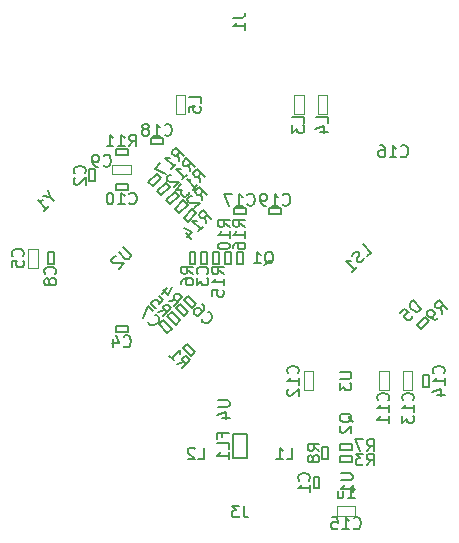
<source format=gbr>
G04 #@! TF.FileFunction,Other,Fab,Bot*
%FSLAX46Y46*%
G04 Gerber Fmt 4.6, Leading zero omitted, Abs format (unit mm)*
G04 Created by KiCad (PCBNEW 4.0.7-e2-6376~58~ubuntu14.04.1) date Wed Aug  8 12:01:23 2018*
%MOMM*%
%LPD*%
G01*
G04 APERTURE LIST*
%ADD10C,0.100000*%
%ADD11C,0.150000*%
G04 APERTURE END LIST*
D10*
X113399964Y-76200000D02*
X112599964Y-76200000D01*
X113399964Y-77800000D02*
X113399964Y-76200000D01*
X112599964Y-77800000D02*
X113399964Y-77800000D01*
X112599964Y-76200000D02*
X112599964Y-77800000D01*
X119699964Y-69100000D02*
X119699964Y-69900000D01*
X121299964Y-69100000D02*
X119699964Y-69100000D01*
X121299964Y-69900000D02*
X121299964Y-69100000D01*
X119699964Y-69900000D02*
X121299964Y-69900000D01*
X143099964Y-86600000D02*
X142299964Y-86600000D01*
X143099964Y-88200000D02*
X143099964Y-86600000D01*
X142299964Y-88200000D02*
X143099964Y-88200000D01*
X142299964Y-86600000D02*
X142299964Y-88200000D01*
X136699964Y-86600000D02*
X135899964Y-86600000D01*
X136699964Y-88200000D02*
X136699964Y-86600000D01*
X135899964Y-88200000D02*
X136699964Y-88200000D01*
X135899964Y-86600000D02*
X135899964Y-88200000D01*
X145099964Y-86600000D02*
X144299964Y-86600000D01*
X145099964Y-88200000D02*
X145099964Y-86600000D01*
X144299964Y-88200000D02*
X145099964Y-88200000D01*
X144299964Y-86600000D02*
X144299964Y-88200000D01*
X138699964Y-98000000D02*
X138699964Y-98800000D01*
X140299964Y-98000000D02*
X138699964Y-98000000D01*
X140299964Y-98800000D02*
X140299964Y-98000000D01*
X138699964Y-98800000D02*
X140299964Y-98800000D01*
X135099964Y-64800000D02*
X135899964Y-64800000D01*
X135099964Y-63200000D02*
X135099964Y-64800000D01*
X135899964Y-63200000D02*
X135099964Y-63200000D01*
X135899964Y-64800000D02*
X135899964Y-63200000D01*
X137099964Y-64800000D02*
X137899964Y-64800000D01*
X137099964Y-63200000D02*
X137099964Y-64800000D01*
X137899964Y-63200000D02*
X137099964Y-63200000D01*
X137899964Y-64800000D02*
X137899964Y-63200000D01*
X125099964Y-64800000D02*
X125899964Y-64800000D01*
X125099964Y-63200000D02*
X125099964Y-64800000D01*
X125899964Y-63200000D02*
X125099964Y-63200000D01*
X125899964Y-64800000D02*
X125899964Y-63200000D01*
D11*
X132999964Y-72750000D02*
X132999964Y-73250000D01*
X133999964Y-72750000D02*
X132999964Y-72750000D01*
X133999964Y-73250000D02*
X133999964Y-72750000D01*
X132999964Y-73250000D02*
X133999964Y-73250000D01*
X123999964Y-67350000D02*
X123999964Y-66850000D01*
X122999964Y-67350000D02*
X123999964Y-67350000D01*
X122999964Y-66850000D02*
X122999964Y-67350000D01*
X123999964Y-66850000D02*
X122999964Y-66850000D01*
X130999964Y-73250000D02*
X130999964Y-72750000D01*
X129999964Y-73250000D02*
X130999964Y-73250000D01*
X129999964Y-72750000D02*
X129999964Y-73250000D01*
X130999964Y-72750000D02*
X129999964Y-72750000D01*
X146049964Y-87900000D02*
X146549964Y-87900000D01*
X146049964Y-86900000D02*
X146049964Y-87900000D01*
X146549964Y-86900000D02*
X146049964Y-86900000D01*
X146549964Y-87900000D02*
X146549964Y-86900000D01*
X119999964Y-70750000D02*
X119999964Y-71250000D01*
X120999964Y-70750000D02*
X119999964Y-70750000D01*
X120999964Y-71250000D02*
X120999964Y-70750000D01*
X119999964Y-71250000D02*
X120999964Y-71250000D01*
X114749964Y-76500000D02*
X114249964Y-76500000D01*
X114749964Y-77500000D02*
X114749964Y-76500000D01*
X114249964Y-77500000D02*
X114749964Y-77500000D01*
X114249964Y-76500000D02*
X114249964Y-77500000D01*
X124023187Y-82269670D02*
X123669634Y-82623223D01*
X124730294Y-82976777D02*
X124023187Y-82269670D01*
X124376741Y-83330330D02*
X124730294Y-82976777D01*
X123669634Y-82623223D02*
X124376741Y-83330330D01*
X126123187Y-80169670D02*
X125769634Y-80523223D01*
X126830294Y-80876777D02*
X126123187Y-80169670D01*
X126476741Y-81230330D02*
X126830294Y-80876777D01*
X125769634Y-80523223D02*
X126476741Y-81230330D01*
X120999964Y-83250000D02*
X120999964Y-82750000D01*
X119999964Y-83250000D02*
X120999964Y-83250000D01*
X119999964Y-82750000D02*
X119999964Y-83250000D01*
X120999964Y-82750000D02*
X119999964Y-82750000D01*
X127749964Y-76500000D02*
X127249964Y-76500000D01*
X127749964Y-77500000D02*
X127749964Y-76500000D01*
X127249964Y-77500000D02*
X127749964Y-77500000D01*
X127249964Y-76500000D02*
X127249964Y-77500000D01*
X117749964Y-70500000D02*
X118249964Y-70500000D01*
X117749964Y-69500000D02*
X117749964Y-70500000D01*
X118249964Y-69500000D02*
X117749964Y-69500000D01*
X118249964Y-70500000D02*
X118249964Y-69500000D01*
X137249964Y-95500000D02*
X136749964Y-95500000D01*
X137249964Y-96500000D02*
X137249964Y-95500000D01*
X136749964Y-96500000D02*
X137249964Y-96500000D01*
X136749964Y-95500000D02*
X136749964Y-96500000D01*
X126376741Y-85330330D02*
X126730294Y-84976777D01*
X125669634Y-84623223D02*
X126376741Y-85330330D01*
X126023187Y-84269670D02*
X125669634Y-84623223D01*
X126730294Y-84976777D02*
X126023187Y-84269670D01*
X125019634Y-72826777D02*
X125373187Y-73180330D01*
X125726741Y-72119670D02*
X125019634Y-72826777D01*
X126080294Y-72473223D02*
X125726741Y-72119670D01*
X125373187Y-73180330D02*
X126080294Y-72473223D01*
X139999964Y-94250000D02*
X139999964Y-93750000D01*
X138999964Y-94250000D02*
X139999964Y-94250000D01*
X138999964Y-93750000D02*
X138999964Y-94250000D01*
X139999964Y-93750000D02*
X138999964Y-93750000D01*
X125423187Y-80869670D02*
X125069634Y-81223223D01*
X126130294Y-81576777D02*
X125423187Y-80869670D01*
X125776741Y-81930330D02*
X126130294Y-81576777D01*
X125069634Y-81223223D02*
X125776741Y-81930330D01*
X124723187Y-81569670D02*
X124369634Y-81923223D01*
X125430294Y-82276777D02*
X124723187Y-81569670D01*
X125076741Y-82630330D02*
X125430294Y-82276777D01*
X124369634Y-81923223D02*
X125076741Y-82630330D01*
X120999964Y-68250000D02*
X120999964Y-67750000D01*
X119999964Y-68250000D02*
X120999964Y-68250000D01*
X119999964Y-67750000D02*
X119999964Y-68250000D01*
X120999964Y-67750000D02*
X119999964Y-67750000D01*
X124580294Y-70973223D02*
X124226741Y-70619670D01*
X123873187Y-71680330D02*
X124580294Y-70973223D01*
X123519634Y-71326777D02*
X123873187Y-71680330D01*
X124226741Y-70619670D02*
X123519634Y-71326777D01*
X125330294Y-71723223D02*
X124976741Y-71369670D01*
X124623187Y-72430330D02*
X125330294Y-71723223D01*
X124269634Y-72076777D02*
X124623187Y-72430330D01*
X124976741Y-71369670D02*
X124269634Y-72076777D01*
X126830294Y-73223223D02*
X126476741Y-72869670D01*
X126123187Y-73930330D02*
X126830294Y-73223223D01*
X125769634Y-73576777D02*
X126123187Y-73930330D01*
X126476741Y-72869670D02*
X125769634Y-73576777D01*
X128249964Y-77500000D02*
X128749964Y-77500000D01*
X128249964Y-76500000D02*
X128249964Y-77500000D01*
X128749964Y-76500000D02*
X128249964Y-76500000D01*
X128749964Y-77500000D02*
X128749964Y-76500000D01*
X126249964Y-77500000D02*
X126749964Y-77500000D01*
X126249964Y-76500000D02*
X126249964Y-77500000D01*
X126749964Y-76500000D02*
X126249964Y-76500000D01*
X126749964Y-77500000D02*
X126749964Y-76500000D01*
X138999964Y-92750000D02*
X138999964Y-93250000D01*
X139999964Y-92750000D02*
X138999964Y-92750000D01*
X139999964Y-93250000D02*
X139999964Y-92750000D01*
X138999964Y-93250000D02*
X139999964Y-93250000D01*
X137449964Y-94000000D02*
X137949964Y-94000000D01*
X137449964Y-93000000D02*
X137449964Y-94000000D01*
X137949964Y-93000000D02*
X137449964Y-93000000D01*
X137949964Y-94000000D02*
X137949964Y-93000000D01*
X145469634Y-82676777D02*
X145823187Y-83030330D01*
X146176741Y-81969670D02*
X145469634Y-82676777D01*
X146530294Y-82323223D02*
X146176741Y-81969670D01*
X145823187Y-83030330D02*
X146530294Y-82323223D01*
X129749964Y-76500000D02*
X129249964Y-76500000D01*
X129749964Y-77500000D02*
X129749964Y-76500000D01*
X129249964Y-77500000D02*
X129749964Y-77500000D01*
X129249964Y-76500000D02*
X129249964Y-77500000D01*
X130749964Y-76500000D02*
X130249964Y-76500000D01*
X130749964Y-77500000D02*
X130749964Y-76500000D01*
X130249964Y-77500000D02*
X130749964Y-77500000D01*
X130249964Y-76500000D02*
X130249964Y-77500000D01*
X123830294Y-70223223D02*
X123476741Y-69869670D01*
X123123187Y-70930330D02*
X123830294Y-70223223D01*
X122769634Y-70576777D02*
X123123187Y-70930330D01*
X123476741Y-69869670D02*
X122769634Y-70576777D01*
X129899964Y-93900000D02*
X131099964Y-93900000D01*
X129899964Y-91900000D02*
X129899964Y-93900000D01*
X131099964Y-91900000D02*
X129899964Y-91900000D01*
X131099964Y-93900000D02*
X131099964Y-91900000D01*
X114419882Y-71846446D02*
X114756600Y-72183164D01*
X114285195Y-71240355D02*
X114419882Y-71846446D01*
X113813790Y-71711760D01*
X113914805Y-73024958D02*
X114318867Y-72620897D01*
X114116836Y-72822927D02*
X113409729Y-72115820D01*
X113578088Y-72149492D01*
X113712775Y-72149492D01*
X113813790Y-72115820D01*
X139052381Y-95238095D02*
X139861905Y-95238095D01*
X139957143Y-95285714D01*
X140004762Y-95333333D01*
X140052381Y-95428571D01*
X140052381Y-95619048D01*
X140004762Y-95714286D01*
X139957143Y-95761905D01*
X139861905Y-95809524D01*
X139052381Y-95809524D01*
X140052381Y-96809524D02*
X140052381Y-96238095D01*
X140052381Y-96523809D02*
X139052381Y-96523809D01*
X139195238Y-96428571D01*
X139290476Y-96333333D01*
X139338095Y-96238095D01*
X129952345Y-56666667D02*
X130666631Y-56666667D01*
X130809488Y-56619047D01*
X130904726Y-56523809D01*
X130952345Y-56380952D01*
X130952345Y-56285714D01*
X130952345Y-57666667D02*
X130952345Y-57095238D01*
X130952345Y-57380952D02*
X129952345Y-57380952D01*
X130095202Y-57285714D01*
X130190440Y-57190476D01*
X130238059Y-57095238D01*
X120651523Y-76074027D02*
X121223943Y-76646447D01*
X121257615Y-76747462D01*
X121257615Y-76814805D01*
X121223943Y-76915820D01*
X121089255Y-77050508D01*
X120988240Y-77084180D01*
X120920897Y-77084180D01*
X120819882Y-77050508D01*
X120247462Y-76478088D01*
X120011760Y-76848477D02*
X119944416Y-76848477D01*
X119843401Y-76882149D01*
X119675042Y-77050508D01*
X119641370Y-77151523D01*
X119641370Y-77218867D01*
X119675042Y-77319882D01*
X119742385Y-77387225D01*
X119877072Y-77454569D01*
X120685195Y-77454569D01*
X120247462Y-77892302D01*
X134466666Y-94052381D02*
X134942857Y-94052381D01*
X134942857Y-93052381D01*
X133609523Y-94052381D02*
X134180952Y-94052381D01*
X133895238Y-94052381D02*
X133895238Y-93052381D01*
X133990476Y-93195238D01*
X134085714Y-93290476D01*
X134180952Y-93338095D01*
X126966666Y-94052381D02*
X127442857Y-94052381D01*
X127442857Y-93052381D01*
X126680952Y-93147619D02*
X126633333Y-93100000D01*
X126538095Y-93052381D01*
X126299999Y-93052381D01*
X126204761Y-93100000D01*
X126157142Y-93147619D01*
X126109523Y-93242857D01*
X126109523Y-93338095D01*
X126157142Y-93480952D01*
X126728571Y-94052381D01*
X126109523Y-94052381D01*
X112107107Y-76833334D02*
X112154726Y-76785715D01*
X112202345Y-76642858D01*
X112202345Y-76547620D01*
X112154726Y-76404762D01*
X112059488Y-76309524D01*
X111964250Y-76261905D01*
X111773774Y-76214286D01*
X111630916Y-76214286D01*
X111440440Y-76261905D01*
X111345202Y-76309524D01*
X111249964Y-76404762D01*
X111202345Y-76547620D01*
X111202345Y-76642858D01*
X111249964Y-76785715D01*
X111297583Y-76833334D01*
X111202345Y-77738096D02*
X111202345Y-77261905D01*
X111678535Y-77214286D01*
X111630916Y-77261905D01*
X111583297Y-77357143D01*
X111583297Y-77595239D01*
X111630916Y-77690477D01*
X111678535Y-77738096D01*
X111773774Y-77785715D01*
X112011869Y-77785715D01*
X112107107Y-77738096D01*
X112154726Y-77690477D01*
X112202345Y-77595239D01*
X112202345Y-77357143D01*
X112154726Y-77261905D01*
X112107107Y-77214286D01*
X118966666Y-69157143D02*
X119014285Y-69204762D01*
X119157142Y-69252381D01*
X119252380Y-69252381D01*
X119395238Y-69204762D01*
X119490476Y-69109524D01*
X119538095Y-69014286D01*
X119585714Y-68823810D01*
X119585714Y-68680952D01*
X119538095Y-68490476D01*
X119490476Y-68395238D01*
X119395238Y-68300000D01*
X119252380Y-68252381D01*
X119157142Y-68252381D01*
X119014285Y-68300000D01*
X118966666Y-68347619D01*
X118490476Y-69252381D02*
X118300000Y-69252381D01*
X118204761Y-69204762D01*
X118157142Y-69157143D01*
X118061904Y-69014286D01*
X118014285Y-68823810D01*
X118014285Y-68442857D01*
X118061904Y-68347619D01*
X118109523Y-68300000D01*
X118204761Y-68252381D01*
X118395238Y-68252381D01*
X118490476Y-68300000D01*
X118538095Y-68347619D01*
X118585714Y-68442857D01*
X118585714Y-68680952D01*
X118538095Y-68776190D01*
X118490476Y-68823810D01*
X118395238Y-68871429D01*
X118204761Y-68871429D01*
X118109523Y-68823810D01*
X118061904Y-68776190D01*
X118014285Y-68680952D01*
X143057143Y-89057143D02*
X143104762Y-89009524D01*
X143152381Y-88866667D01*
X143152381Y-88771429D01*
X143104762Y-88628571D01*
X143009524Y-88533333D01*
X142914286Y-88485714D01*
X142723810Y-88438095D01*
X142580952Y-88438095D01*
X142390476Y-88485714D01*
X142295238Y-88533333D01*
X142200000Y-88628571D01*
X142152381Y-88771429D01*
X142152381Y-88866667D01*
X142200000Y-89009524D01*
X142247619Y-89057143D01*
X143152381Y-90009524D02*
X143152381Y-89438095D01*
X143152381Y-89723809D02*
X142152381Y-89723809D01*
X142295238Y-89628571D01*
X142390476Y-89533333D01*
X142438095Y-89438095D01*
X143152381Y-90961905D02*
X143152381Y-90390476D01*
X143152381Y-90676190D02*
X142152381Y-90676190D01*
X142295238Y-90580952D01*
X142390476Y-90485714D01*
X142438095Y-90390476D01*
X135407107Y-86757143D02*
X135454726Y-86709524D01*
X135502345Y-86566667D01*
X135502345Y-86471429D01*
X135454726Y-86328571D01*
X135359488Y-86233333D01*
X135264250Y-86185714D01*
X135073774Y-86138095D01*
X134930916Y-86138095D01*
X134740440Y-86185714D01*
X134645202Y-86233333D01*
X134549964Y-86328571D01*
X134502345Y-86471429D01*
X134502345Y-86566667D01*
X134549964Y-86709524D01*
X134597583Y-86757143D01*
X135502345Y-87709524D02*
X135502345Y-87138095D01*
X135502345Y-87423809D02*
X134502345Y-87423809D01*
X134645202Y-87328571D01*
X134740440Y-87233333D01*
X134788059Y-87138095D01*
X134597583Y-88090476D02*
X134549964Y-88138095D01*
X134502345Y-88233333D01*
X134502345Y-88471429D01*
X134549964Y-88566667D01*
X134597583Y-88614286D01*
X134692821Y-88661905D01*
X134788059Y-88661905D01*
X134930916Y-88614286D01*
X135502345Y-88042857D01*
X135502345Y-88661905D01*
X145157143Y-89057143D02*
X145204762Y-89009524D01*
X145252381Y-88866667D01*
X145252381Y-88771429D01*
X145204762Y-88628571D01*
X145109524Y-88533333D01*
X145014286Y-88485714D01*
X144823810Y-88438095D01*
X144680952Y-88438095D01*
X144490476Y-88485714D01*
X144395238Y-88533333D01*
X144300000Y-88628571D01*
X144252381Y-88771429D01*
X144252381Y-88866667D01*
X144300000Y-89009524D01*
X144347619Y-89057143D01*
X145252381Y-90009524D02*
X145252381Y-89438095D01*
X145252381Y-89723809D02*
X144252381Y-89723809D01*
X144395238Y-89628571D01*
X144490476Y-89533333D01*
X144538095Y-89438095D01*
X144252381Y-90342857D02*
X144252381Y-90961905D01*
X144633333Y-90628571D01*
X144633333Y-90771429D01*
X144680952Y-90866667D01*
X144728571Y-90914286D01*
X144823810Y-90961905D01*
X145061905Y-90961905D01*
X145157143Y-90914286D01*
X145204762Y-90866667D01*
X145252381Y-90771429D01*
X145252381Y-90485714D01*
X145204762Y-90390476D01*
X145157143Y-90342857D01*
X139666630Y-97352381D02*
X140238059Y-97352381D01*
X139952345Y-97352381D02*
X139952345Y-96352381D01*
X140047583Y-96495238D01*
X140142821Y-96590476D01*
X140238059Y-96638095D01*
X138809487Y-96685714D02*
X138809487Y-97352381D01*
X139238059Y-96685714D02*
X139238059Y-97209524D01*
X139190440Y-97304762D01*
X139095202Y-97352381D01*
X138952344Y-97352381D01*
X138857106Y-97304762D01*
X138809487Y-97257143D01*
X140142857Y-99857143D02*
X140190476Y-99904762D01*
X140333333Y-99952381D01*
X140428571Y-99952381D01*
X140571429Y-99904762D01*
X140666667Y-99809524D01*
X140714286Y-99714286D01*
X140761905Y-99523810D01*
X140761905Y-99380952D01*
X140714286Y-99190476D01*
X140666667Y-99095238D01*
X140571429Y-99000000D01*
X140428571Y-98952381D01*
X140333333Y-98952381D01*
X140190476Y-99000000D01*
X140142857Y-99047619D01*
X139190476Y-99952381D02*
X139761905Y-99952381D01*
X139476191Y-99952381D02*
X139476191Y-98952381D01*
X139571429Y-99095238D01*
X139666667Y-99190476D01*
X139761905Y-99238095D01*
X138285714Y-98952381D02*
X138761905Y-98952381D01*
X138809524Y-99428571D01*
X138761905Y-99380952D01*
X138666667Y-99333333D01*
X138428571Y-99333333D01*
X138333333Y-99380952D01*
X138285714Y-99428571D01*
X138238095Y-99523810D01*
X138238095Y-99761905D01*
X138285714Y-99857143D01*
X138333333Y-99904762D01*
X138428571Y-99952381D01*
X138666667Y-99952381D01*
X138761905Y-99904762D01*
X138809524Y-99857143D01*
X135952381Y-65533334D02*
X135952381Y-65057143D01*
X134952381Y-65057143D01*
X134952381Y-65771429D02*
X134952381Y-66390477D01*
X135333333Y-66057143D01*
X135333333Y-66200001D01*
X135380952Y-66295239D01*
X135428571Y-66342858D01*
X135523810Y-66390477D01*
X135761905Y-66390477D01*
X135857143Y-66342858D01*
X135904762Y-66295239D01*
X135952381Y-66200001D01*
X135952381Y-65914286D01*
X135904762Y-65819048D01*
X135857143Y-65771429D01*
X137952381Y-65533334D02*
X137952381Y-65057143D01*
X136952381Y-65057143D01*
X137285714Y-66295239D02*
X137952381Y-66295239D01*
X136904762Y-66057143D02*
X137619048Y-65819048D01*
X137619048Y-66438096D01*
X127202345Y-63833334D02*
X127202345Y-63357143D01*
X126202345Y-63357143D01*
X126202345Y-64642858D02*
X126202345Y-64166667D01*
X126678535Y-64119048D01*
X126630916Y-64166667D01*
X126583297Y-64261905D01*
X126583297Y-64500001D01*
X126630916Y-64595239D01*
X126678535Y-64642858D01*
X126773774Y-64690477D01*
X127011869Y-64690477D01*
X127107107Y-64642858D01*
X127154726Y-64595239D01*
X127202345Y-64500001D01*
X127202345Y-64261905D01*
X127154726Y-64166667D01*
X127107107Y-64119048D01*
X134142857Y-72457143D02*
X134190476Y-72504762D01*
X134333333Y-72552381D01*
X134428571Y-72552381D01*
X134571429Y-72504762D01*
X134666667Y-72409524D01*
X134714286Y-72314286D01*
X134761905Y-72123810D01*
X134761905Y-71980952D01*
X134714286Y-71790476D01*
X134666667Y-71695238D01*
X134571429Y-71600000D01*
X134428571Y-71552381D01*
X134333333Y-71552381D01*
X134190476Y-71600000D01*
X134142857Y-71647619D01*
X133190476Y-72552381D02*
X133761905Y-72552381D01*
X133476191Y-72552381D02*
X133476191Y-71552381D01*
X133571429Y-71695238D01*
X133666667Y-71790476D01*
X133761905Y-71838095D01*
X132714286Y-72552381D02*
X132523810Y-72552381D01*
X132428571Y-72504762D01*
X132380952Y-72457143D01*
X132285714Y-72314286D01*
X132238095Y-72123810D01*
X132238095Y-71742857D01*
X132285714Y-71647619D01*
X132333333Y-71600000D01*
X132428571Y-71552381D01*
X132619048Y-71552381D01*
X132714286Y-71600000D01*
X132761905Y-71647619D01*
X132809524Y-71742857D01*
X132809524Y-71980952D01*
X132761905Y-72076190D01*
X132714286Y-72123810D01*
X132619048Y-72171429D01*
X132428571Y-72171429D01*
X132333333Y-72123810D01*
X132285714Y-72076190D01*
X132238095Y-71980952D01*
X124142821Y-66557143D02*
X124190440Y-66604762D01*
X124333297Y-66652381D01*
X124428535Y-66652381D01*
X124571393Y-66604762D01*
X124666631Y-66509524D01*
X124714250Y-66414286D01*
X124761869Y-66223810D01*
X124761869Y-66080952D01*
X124714250Y-65890476D01*
X124666631Y-65795238D01*
X124571393Y-65700000D01*
X124428535Y-65652381D01*
X124333297Y-65652381D01*
X124190440Y-65700000D01*
X124142821Y-65747619D01*
X123190440Y-66652381D02*
X123761869Y-66652381D01*
X123476155Y-66652381D02*
X123476155Y-65652381D01*
X123571393Y-65795238D01*
X123666631Y-65890476D01*
X123761869Y-65938095D01*
X122619012Y-66080952D02*
X122714250Y-66033333D01*
X122761869Y-65985714D01*
X122809488Y-65890476D01*
X122809488Y-65842857D01*
X122761869Y-65747619D01*
X122714250Y-65700000D01*
X122619012Y-65652381D01*
X122428535Y-65652381D01*
X122333297Y-65700000D01*
X122285678Y-65747619D01*
X122238059Y-65842857D01*
X122238059Y-65890476D01*
X122285678Y-65985714D01*
X122333297Y-66033333D01*
X122428535Y-66080952D01*
X122619012Y-66080952D01*
X122714250Y-66128571D01*
X122761869Y-66176190D01*
X122809488Y-66271429D01*
X122809488Y-66461905D01*
X122761869Y-66557143D01*
X122714250Y-66604762D01*
X122619012Y-66652381D01*
X122428535Y-66652381D01*
X122333297Y-66604762D01*
X122285678Y-66557143D01*
X122238059Y-66461905D01*
X122238059Y-66271429D01*
X122285678Y-66176190D01*
X122333297Y-66128571D01*
X122428535Y-66080952D01*
X131142857Y-72457143D02*
X131190476Y-72504762D01*
X131333333Y-72552381D01*
X131428571Y-72552381D01*
X131571429Y-72504762D01*
X131666667Y-72409524D01*
X131714286Y-72314286D01*
X131761905Y-72123810D01*
X131761905Y-71980952D01*
X131714286Y-71790476D01*
X131666667Y-71695238D01*
X131571429Y-71600000D01*
X131428571Y-71552381D01*
X131333333Y-71552381D01*
X131190476Y-71600000D01*
X131142857Y-71647619D01*
X130190476Y-72552381D02*
X130761905Y-72552381D01*
X130476191Y-72552381D02*
X130476191Y-71552381D01*
X130571429Y-71695238D01*
X130666667Y-71790476D01*
X130761905Y-71838095D01*
X129857143Y-71552381D02*
X129190476Y-71552381D01*
X129619048Y-72552381D01*
X147757143Y-86757143D02*
X147804762Y-86709524D01*
X147852381Y-86566667D01*
X147852381Y-86471429D01*
X147804762Y-86328571D01*
X147709524Y-86233333D01*
X147614286Y-86185714D01*
X147423810Y-86138095D01*
X147280952Y-86138095D01*
X147090476Y-86185714D01*
X146995238Y-86233333D01*
X146900000Y-86328571D01*
X146852381Y-86471429D01*
X146852381Y-86566667D01*
X146900000Y-86709524D01*
X146947619Y-86757143D01*
X147852381Y-87709524D02*
X147852381Y-87138095D01*
X147852381Y-87423809D02*
X146852381Y-87423809D01*
X146995238Y-87328571D01*
X147090476Y-87233333D01*
X147138095Y-87138095D01*
X147185714Y-88566667D02*
X147852381Y-88566667D01*
X146804762Y-88328571D02*
X147519048Y-88090476D01*
X147519048Y-88709524D01*
X121142857Y-72357143D02*
X121190476Y-72404762D01*
X121333333Y-72452381D01*
X121428571Y-72452381D01*
X121571429Y-72404762D01*
X121666667Y-72309524D01*
X121714286Y-72214286D01*
X121761905Y-72023810D01*
X121761905Y-71880952D01*
X121714286Y-71690476D01*
X121666667Y-71595238D01*
X121571429Y-71500000D01*
X121428571Y-71452381D01*
X121333333Y-71452381D01*
X121190476Y-71500000D01*
X121142857Y-71547619D01*
X120190476Y-72452381D02*
X120761905Y-72452381D01*
X120476191Y-72452381D02*
X120476191Y-71452381D01*
X120571429Y-71595238D01*
X120666667Y-71690476D01*
X120761905Y-71738095D01*
X119571429Y-71452381D02*
X119476190Y-71452381D01*
X119380952Y-71500000D01*
X119333333Y-71547619D01*
X119285714Y-71642857D01*
X119238095Y-71833333D01*
X119238095Y-72071429D01*
X119285714Y-72261905D01*
X119333333Y-72357143D01*
X119380952Y-72404762D01*
X119476190Y-72452381D01*
X119571429Y-72452381D01*
X119666667Y-72404762D01*
X119714286Y-72357143D01*
X119761905Y-72261905D01*
X119809524Y-72071429D01*
X119809524Y-71833333D01*
X119761905Y-71642857D01*
X119714286Y-71547619D01*
X119666667Y-71500000D01*
X119571429Y-71452381D01*
X114857143Y-78333334D02*
X114904762Y-78285715D01*
X114952381Y-78142858D01*
X114952381Y-78047620D01*
X114904762Y-77904762D01*
X114809524Y-77809524D01*
X114714286Y-77761905D01*
X114523810Y-77714286D01*
X114380952Y-77714286D01*
X114190476Y-77761905D01*
X114095238Y-77809524D01*
X114000000Y-77904762D01*
X113952381Y-78047620D01*
X113952381Y-78142858D01*
X114000000Y-78285715D01*
X114047619Y-78333334D01*
X114380952Y-78904762D02*
X114333333Y-78809524D01*
X114285714Y-78761905D01*
X114190476Y-78714286D01*
X114142857Y-78714286D01*
X114047619Y-78761905D01*
X114000000Y-78809524D01*
X113952381Y-78904762D01*
X113952381Y-79095239D01*
X114000000Y-79190477D01*
X114047619Y-79238096D01*
X114142857Y-79285715D01*
X114190476Y-79285715D01*
X114285714Y-79238096D01*
X114333333Y-79190477D01*
X114380952Y-79095239D01*
X114380952Y-78904762D01*
X114428571Y-78809524D01*
X114476190Y-78761905D01*
X114571429Y-78714286D01*
X114761905Y-78714286D01*
X114857143Y-78761905D01*
X114904762Y-78809524D01*
X114952381Y-78904762D01*
X114952381Y-79095239D01*
X114904762Y-79190477D01*
X114857143Y-79238096D01*
X114761905Y-79285715D01*
X114571429Y-79285715D01*
X114476190Y-79238096D01*
X114428571Y-79190477D01*
X114380952Y-79095239D01*
X122765312Y-82370389D02*
X122765312Y-82437732D01*
X122832656Y-82572419D01*
X122899999Y-82639763D01*
X123034687Y-82707107D01*
X123169374Y-82707107D01*
X123270389Y-82673435D01*
X123438747Y-82572420D01*
X123539763Y-82471404D01*
X123640778Y-82303045D01*
X123674450Y-82202030D01*
X123674450Y-82067343D01*
X123607106Y-81932656D01*
X123539763Y-81865312D01*
X123405076Y-81797969D01*
X123337732Y-81797969D01*
X123169374Y-81494924D02*
X122697969Y-81023519D01*
X122293908Y-82033672D01*
X127265311Y-82170389D02*
X127265311Y-82237732D01*
X127332655Y-82372419D01*
X127399998Y-82439763D01*
X127534686Y-82507107D01*
X127669373Y-82507107D01*
X127770388Y-82473435D01*
X127938746Y-82372420D01*
X128039762Y-82271404D01*
X128140777Y-82103045D01*
X128174449Y-82002030D01*
X128174449Y-81867343D01*
X128107105Y-81732656D01*
X128039762Y-81665312D01*
X127905075Y-81597969D01*
X127837731Y-81597969D01*
X127298983Y-80924534D02*
X127433671Y-81059222D01*
X127467342Y-81160237D01*
X127467342Y-81227580D01*
X127433671Y-81395939D01*
X127332656Y-81564297D01*
X127063281Y-81833672D01*
X126962266Y-81867343D01*
X126894923Y-81867343D01*
X126793907Y-81833672D01*
X126659220Y-81698984D01*
X126625548Y-81597969D01*
X126625548Y-81530626D01*
X126659220Y-81429610D01*
X126827578Y-81261252D01*
X126928594Y-81227579D01*
X126995938Y-81227579D01*
X127096953Y-81261251D01*
X127231640Y-81395939D01*
X127265312Y-81496954D01*
X127265312Y-81564297D01*
X127231640Y-81665313D01*
X120666630Y-84457143D02*
X120714249Y-84504762D01*
X120857106Y-84552381D01*
X120952344Y-84552381D01*
X121095202Y-84504762D01*
X121190440Y-84409524D01*
X121238059Y-84314286D01*
X121285678Y-84123810D01*
X121285678Y-83980952D01*
X121238059Y-83790476D01*
X121190440Y-83695238D01*
X121095202Y-83600000D01*
X120952344Y-83552381D01*
X120857106Y-83552381D01*
X120714249Y-83600000D01*
X120666630Y-83647619D01*
X119809487Y-83885714D02*
X119809487Y-84552381D01*
X120047583Y-83504762D02*
X120285678Y-84219048D01*
X119666630Y-84219048D01*
X127757143Y-78333334D02*
X127804762Y-78285715D01*
X127852381Y-78142858D01*
X127852381Y-78047620D01*
X127804762Y-77904762D01*
X127709524Y-77809524D01*
X127614286Y-77761905D01*
X127423810Y-77714286D01*
X127280952Y-77714286D01*
X127090476Y-77761905D01*
X126995238Y-77809524D01*
X126900000Y-77904762D01*
X126852381Y-78047620D01*
X126852381Y-78142858D01*
X126900000Y-78285715D01*
X126947619Y-78333334D01*
X126852381Y-78666667D02*
X126852381Y-79285715D01*
X127233333Y-78952381D01*
X127233333Y-79095239D01*
X127280952Y-79190477D01*
X127328571Y-79238096D01*
X127423810Y-79285715D01*
X127661905Y-79285715D01*
X127757143Y-79238096D01*
X127804762Y-79190477D01*
X127852381Y-79095239D01*
X127852381Y-78809524D01*
X127804762Y-78714286D01*
X127757143Y-78666667D01*
X117357143Y-69833334D02*
X117404762Y-69785715D01*
X117452381Y-69642858D01*
X117452381Y-69547620D01*
X117404762Y-69404762D01*
X117309524Y-69309524D01*
X117214286Y-69261905D01*
X117023810Y-69214286D01*
X116880952Y-69214286D01*
X116690476Y-69261905D01*
X116595238Y-69309524D01*
X116500000Y-69404762D01*
X116452381Y-69547620D01*
X116452381Y-69642858D01*
X116500000Y-69785715D01*
X116547619Y-69833334D01*
X116547619Y-70214286D02*
X116500000Y-70261905D01*
X116452381Y-70357143D01*
X116452381Y-70595239D01*
X116500000Y-70690477D01*
X116547619Y-70738096D01*
X116642857Y-70785715D01*
X116738095Y-70785715D01*
X116880952Y-70738096D01*
X117452381Y-70166667D01*
X117452381Y-70785715D01*
X136357143Y-95833334D02*
X136404762Y-95785715D01*
X136452381Y-95642858D01*
X136452381Y-95547620D01*
X136404762Y-95404762D01*
X136309524Y-95309524D01*
X136214286Y-95261905D01*
X136023810Y-95214286D01*
X135880952Y-95214286D01*
X135690476Y-95261905D01*
X135595238Y-95309524D01*
X135500000Y-95404762D01*
X135452381Y-95547620D01*
X135452381Y-95642858D01*
X135500000Y-95785715D01*
X135547619Y-95833334D01*
X136452381Y-96785715D02*
X136452381Y-96214286D01*
X136452381Y-96500000D02*
X135452381Y-96500000D01*
X135595238Y-96404762D01*
X135690476Y-96309524D01*
X135738095Y-96214286D01*
X125197969Y-85937732D02*
X125770390Y-85836717D01*
X125602030Y-86341794D02*
X126309137Y-85634687D01*
X126039763Y-85365312D01*
X125938747Y-85331641D01*
X125871404Y-85331641D01*
X125770389Y-85365312D01*
X125669374Y-85466328D01*
X125635702Y-85567343D01*
X125635702Y-85634686D01*
X125669374Y-85735701D01*
X125938748Y-86005076D01*
X124524534Y-85264297D02*
X124928595Y-85668359D01*
X124726565Y-85466328D02*
X125433672Y-84759222D01*
X125400000Y-84927580D01*
X125400000Y-85062267D01*
X125433672Y-85163282D01*
X127337732Y-72102031D02*
X127236717Y-71529610D01*
X127741794Y-71697970D02*
X127034687Y-70990863D01*
X126765312Y-71260237D01*
X126731641Y-71361253D01*
X126731641Y-71428596D01*
X126765312Y-71529611D01*
X126866328Y-71630626D01*
X126967343Y-71664298D01*
X127034686Y-71664298D01*
X127135701Y-71630626D01*
X127405076Y-71361252D01*
X126428595Y-71731641D02*
X126361252Y-71731641D01*
X126260237Y-71765313D01*
X126091877Y-71933672D01*
X126058206Y-72034688D01*
X126058206Y-72102031D01*
X126091877Y-72203046D01*
X126159221Y-72270390D01*
X126293908Y-72337733D01*
X127102030Y-72337733D01*
X126664297Y-72775466D01*
X141266666Y-94552381D02*
X141600000Y-94076190D01*
X141838095Y-94552381D02*
X141838095Y-93552381D01*
X141457142Y-93552381D01*
X141361904Y-93600000D01*
X141314285Y-93647619D01*
X141266666Y-93742857D01*
X141266666Y-93885714D01*
X141314285Y-93980952D01*
X141361904Y-94028571D01*
X141457142Y-94076190D01*
X141838095Y-94076190D01*
X140933333Y-93552381D02*
X140314285Y-93552381D01*
X140647619Y-93933333D01*
X140504761Y-93933333D01*
X140409523Y-93980952D01*
X140361904Y-94028571D01*
X140314285Y-94123810D01*
X140314285Y-94361905D01*
X140361904Y-94457143D01*
X140409523Y-94504762D01*
X140504761Y-94552381D01*
X140790476Y-94552381D01*
X140885714Y-94504762D01*
X140933333Y-94457143D01*
X124497969Y-80637732D02*
X125070390Y-80536717D01*
X124902030Y-81041794D02*
X125609137Y-80334687D01*
X125339763Y-80065312D01*
X125238747Y-80031641D01*
X125171404Y-80031641D01*
X125070389Y-80065312D01*
X124969374Y-80166328D01*
X124935702Y-80267343D01*
X124935702Y-80334686D01*
X124969374Y-80435701D01*
X125238748Y-80705076D01*
X124363282Y-79560236D02*
X123891877Y-80031641D01*
X124801015Y-79459222D02*
X124464297Y-80132657D01*
X124026564Y-79694924D01*
X123597969Y-81537732D02*
X124170390Y-81436717D01*
X124002030Y-81941794D02*
X124709137Y-81234687D01*
X124439763Y-80965312D01*
X124338747Y-80931641D01*
X124271404Y-80931641D01*
X124170389Y-80965312D01*
X124069374Y-81066328D01*
X124035702Y-81167343D01*
X124035702Y-81234686D01*
X124069374Y-81335701D01*
X124338748Y-81605076D01*
X123665312Y-80190862D02*
X124002030Y-80527580D01*
X123698985Y-80897969D01*
X123698985Y-80830626D01*
X123665313Y-80729610D01*
X123496954Y-80561251D01*
X123395939Y-80527579D01*
X123328595Y-80527579D01*
X123227579Y-80561252D01*
X123059221Y-80729610D01*
X123025549Y-80830626D01*
X123025549Y-80897969D01*
X123059221Y-80998984D01*
X123227580Y-81167343D01*
X123328595Y-81201015D01*
X123395939Y-81201015D01*
X121142821Y-67552381D02*
X121476155Y-67076190D01*
X121714250Y-67552381D02*
X121714250Y-66552381D01*
X121333297Y-66552381D01*
X121238059Y-66600000D01*
X121190440Y-66647619D01*
X121142821Y-66742857D01*
X121142821Y-66885714D01*
X121190440Y-66980952D01*
X121238059Y-67028571D01*
X121333297Y-67076190D01*
X121714250Y-67076190D01*
X120190440Y-67552381D02*
X120761869Y-67552381D01*
X120476155Y-67552381D02*
X120476155Y-66552381D01*
X120571393Y-66695238D01*
X120666631Y-66790476D01*
X120761869Y-66838095D01*
X119238059Y-67552381D02*
X119809488Y-67552381D01*
X119523774Y-67552381D02*
X119523774Y-66552381D01*
X119619012Y-66695238D01*
X119714250Y-66790476D01*
X119809488Y-66838095D01*
X126274450Y-69665313D02*
X126173435Y-69092893D01*
X126678512Y-69261252D02*
X125971405Y-68554145D01*
X125702030Y-68823519D01*
X125668359Y-68924535D01*
X125668359Y-68991878D01*
X125702030Y-69092893D01*
X125803045Y-69193908D01*
X125904061Y-69227580D01*
X125971404Y-69227580D01*
X126072419Y-69193908D01*
X126341794Y-68924534D01*
X125601015Y-70338748D02*
X126005076Y-69934687D01*
X125803046Y-70136717D02*
X125095939Y-69429610D01*
X125264298Y-69463282D01*
X125398985Y-69463282D01*
X125500000Y-69429610D01*
X124691878Y-69968359D02*
X124624535Y-69968359D01*
X124523519Y-70002030D01*
X124355160Y-70170390D01*
X124321488Y-70271405D01*
X124321488Y-70338748D01*
X124355160Y-70439763D01*
X124422504Y-70507107D01*
X124557190Y-70574450D01*
X125365313Y-70574450D01*
X124927580Y-71012183D01*
X127174450Y-70565313D02*
X127073435Y-69992893D01*
X127578512Y-70161252D02*
X126871405Y-69454145D01*
X126602030Y-69723519D01*
X126568359Y-69824535D01*
X126568359Y-69891878D01*
X126602030Y-69992893D01*
X126703045Y-70093908D01*
X126804061Y-70127580D01*
X126871404Y-70127580D01*
X126972419Y-70093908D01*
X127241794Y-69824534D01*
X126501015Y-71238748D02*
X126905076Y-70834687D01*
X126703046Y-71036717D02*
X125995939Y-70329610D01*
X126164298Y-70363282D01*
X126298985Y-70363282D01*
X126400000Y-70329610D01*
X125558206Y-70767343D02*
X125120473Y-71205076D01*
X125625550Y-71238747D01*
X125524534Y-71339763D01*
X125490862Y-71440778D01*
X125490862Y-71508122D01*
X125524535Y-71609138D01*
X125692893Y-71777496D01*
X125793908Y-71811168D01*
X125861252Y-71811168D01*
X125962267Y-71777496D01*
X126164298Y-71575465D01*
X126197970Y-71474450D01*
X126197970Y-71407107D01*
X127674450Y-74065313D02*
X127573435Y-73492893D01*
X128078512Y-73661252D02*
X127371405Y-72954145D01*
X127102030Y-73223519D01*
X127068359Y-73324535D01*
X127068359Y-73391878D01*
X127102030Y-73492893D01*
X127203045Y-73593908D01*
X127304061Y-73627580D01*
X127371404Y-73627580D01*
X127472419Y-73593908D01*
X127741794Y-73324534D01*
X127001015Y-74738748D02*
X127405076Y-74334687D01*
X127203046Y-74536717D02*
X126495939Y-73829610D01*
X126664298Y-73863282D01*
X126798985Y-73863282D01*
X126900000Y-73829610D01*
X125923519Y-74873435D02*
X126394924Y-75344840D01*
X125822504Y-74435702D02*
X126495939Y-74772420D01*
X126058206Y-75210153D01*
X129152381Y-78357143D02*
X128676190Y-78023809D01*
X129152381Y-77785714D02*
X128152381Y-77785714D01*
X128152381Y-78166667D01*
X128200000Y-78261905D01*
X128247619Y-78309524D01*
X128342857Y-78357143D01*
X128485714Y-78357143D01*
X128580952Y-78309524D01*
X128628571Y-78261905D01*
X128676190Y-78166667D01*
X128676190Y-77785714D01*
X129152381Y-79309524D02*
X129152381Y-78738095D01*
X129152381Y-79023809D02*
X128152381Y-79023809D01*
X128295238Y-78928571D01*
X128390476Y-78833333D01*
X128438095Y-78738095D01*
X128152381Y-80214286D02*
X128152381Y-79738095D01*
X128628571Y-79690476D01*
X128580952Y-79738095D01*
X128533333Y-79833333D01*
X128533333Y-80071429D01*
X128580952Y-80166667D01*
X128628571Y-80214286D01*
X128723810Y-80261905D01*
X128961905Y-80261905D01*
X129057143Y-80214286D01*
X129104762Y-80166667D01*
X129152381Y-80071429D01*
X129152381Y-79833333D01*
X129104762Y-79738095D01*
X129057143Y-79690476D01*
X126552381Y-78333334D02*
X126076190Y-78000000D01*
X126552381Y-77761905D02*
X125552381Y-77761905D01*
X125552381Y-78142858D01*
X125600000Y-78238096D01*
X125647619Y-78285715D01*
X125742857Y-78333334D01*
X125885714Y-78333334D01*
X125980952Y-78285715D01*
X126028571Y-78238096D01*
X126076190Y-78142858D01*
X126076190Y-77761905D01*
X125552381Y-79190477D02*
X125552381Y-79000000D01*
X125600000Y-78904762D01*
X125647619Y-78857143D01*
X125790476Y-78761905D01*
X125980952Y-78714286D01*
X126361905Y-78714286D01*
X126457143Y-78761905D01*
X126504762Y-78809524D01*
X126552381Y-78904762D01*
X126552381Y-79095239D01*
X126504762Y-79190477D01*
X126457143Y-79238096D01*
X126361905Y-79285715D01*
X126123810Y-79285715D01*
X126028571Y-79238096D01*
X125980952Y-79190477D01*
X125933333Y-79095239D01*
X125933333Y-78904762D01*
X125980952Y-78809524D01*
X126028571Y-78761905D01*
X126123810Y-78714286D01*
X141266666Y-93352381D02*
X141600000Y-92876190D01*
X141838095Y-93352381D02*
X141838095Y-92352381D01*
X141457142Y-92352381D01*
X141361904Y-92400000D01*
X141314285Y-92447619D01*
X141266666Y-92542857D01*
X141266666Y-92685714D01*
X141314285Y-92780952D01*
X141361904Y-92828571D01*
X141457142Y-92876190D01*
X141838095Y-92876190D01*
X140933333Y-92352381D02*
X140266666Y-92352381D01*
X140695238Y-93352381D01*
X137252381Y-93333334D02*
X136776190Y-93000000D01*
X137252381Y-92761905D02*
X136252381Y-92761905D01*
X136252381Y-93142858D01*
X136300000Y-93238096D01*
X136347619Y-93285715D01*
X136442857Y-93333334D01*
X136585714Y-93333334D01*
X136680952Y-93285715D01*
X136728571Y-93238096D01*
X136776190Y-93142858D01*
X136776190Y-92761905D01*
X136680952Y-93904762D02*
X136633333Y-93809524D01*
X136585714Y-93761905D01*
X136490476Y-93714286D01*
X136442857Y-93714286D01*
X136347619Y-93761905D01*
X136300000Y-93809524D01*
X136252381Y-93904762D01*
X136252381Y-94095239D01*
X136300000Y-94190477D01*
X136347619Y-94238096D01*
X136442857Y-94285715D01*
X136490476Y-94285715D01*
X136585714Y-94238096D01*
X136633333Y-94190477D01*
X136680952Y-94095239D01*
X136680952Y-93904762D01*
X136728571Y-93809524D01*
X136776190Y-93761905D01*
X136871429Y-93714286D01*
X137061905Y-93714286D01*
X137157143Y-93761905D01*
X137204762Y-93809524D01*
X137252381Y-93904762D01*
X137252381Y-94095239D01*
X137204762Y-94190477D01*
X137157143Y-94238096D01*
X137061905Y-94285715D01*
X136871429Y-94285715D01*
X136776190Y-94238096D01*
X136728571Y-94190477D01*
X136680952Y-94095239D01*
X147637732Y-81702031D02*
X147536717Y-81129610D01*
X148041794Y-81297970D02*
X147334687Y-80590863D01*
X147065312Y-80860237D01*
X147031641Y-80961253D01*
X147031641Y-81028596D01*
X147065312Y-81129611D01*
X147166328Y-81230626D01*
X147267343Y-81264298D01*
X147334686Y-81264298D01*
X147435701Y-81230626D01*
X147705076Y-80961252D01*
X147301015Y-82038748D02*
X147166328Y-82173435D01*
X147065312Y-82207107D01*
X146997969Y-82207107D01*
X146829610Y-82173436D01*
X146661252Y-82072421D01*
X146391877Y-81803046D01*
X146358206Y-81702031D01*
X146358206Y-81634688D01*
X146391877Y-81533672D01*
X146526565Y-81398985D01*
X146627580Y-81365313D01*
X146694924Y-81365313D01*
X146795939Y-81398985D01*
X146964297Y-81567343D01*
X146997969Y-81668359D01*
X146997970Y-81735703D01*
X146964298Y-81836718D01*
X146829610Y-81971405D01*
X146728595Y-82005077D01*
X146661251Y-82005076D01*
X146560236Y-81971405D01*
X129652381Y-74357143D02*
X129176190Y-74023809D01*
X129652381Y-73785714D02*
X128652381Y-73785714D01*
X128652381Y-74166667D01*
X128700000Y-74261905D01*
X128747619Y-74309524D01*
X128842857Y-74357143D01*
X128985714Y-74357143D01*
X129080952Y-74309524D01*
X129128571Y-74261905D01*
X129176190Y-74166667D01*
X129176190Y-73785714D01*
X129652381Y-75309524D02*
X129652381Y-74738095D01*
X129652381Y-75023809D02*
X128652381Y-75023809D01*
X128795238Y-74928571D01*
X128890476Y-74833333D01*
X128938095Y-74738095D01*
X128652381Y-75928571D02*
X128652381Y-76023810D01*
X128700000Y-76119048D01*
X128747619Y-76166667D01*
X128842857Y-76214286D01*
X129033333Y-76261905D01*
X129271429Y-76261905D01*
X129461905Y-76214286D01*
X129557143Y-76166667D01*
X129604762Y-76119048D01*
X129652381Y-76023810D01*
X129652381Y-75928571D01*
X129604762Y-75833333D01*
X129557143Y-75785714D01*
X129461905Y-75738095D01*
X129271429Y-75690476D01*
X129033333Y-75690476D01*
X128842857Y-75738095D01*
X128747619Y-75785714D01*
X128700000Y-75833333D01*
X128652381Y-75928571D01*
X130952381Y-74357143D02*
X130476190Y-74023809D01*
X130952381Y-73785714D02*
X129952381Y-73785714D01*
X129952381Y-74166667D01*
X130000000Y-74261905D01*
X130047619Y-74309524D01*
X130142857Y-74357143D01*
X130285714Y-74357143D01*
X130380952Y-74309524D01*
X130428571Y-74261905D01*
X130476190Y-74166667D01*
X130476190Y-73785714D01*
X130952381Y-75309524D02*
X130952381Y-74738095D01*
X130952381Y-75023809D02*
X129952381Y-75023809D01*
X130095238Y-74928571D01*
X130190476Y-74833333D01*
X130238095Y-74738095D01*
X129952381Y-76166667D02*
X129952381Y-75976190D01*
X130000000Y-75880952D01*
X130047619Y-75833333D01*
X130190476Y-75738095D01*
X130380952Y-75690476D01*
X130761905Y-75690476D01*
X130857143Y-75738095D01*
X130904762Y-75785714D01*
X130952381Y-75880952D01*
X130952381Y-76071429D01*
X130904762Y-76166667D01*
X130857143Y-76214286D01*
X130761905Y-76261905D01*
X130523810Y-76261905D01*
X130428571Y-76214286D01*
X130380952Y-76166667D01*
X130333333Y-76071429D01*
X130333333Y-75880952D01*
X130380952Y-75785714D01*
X130428571Y-75738095D01*
X130523810Y-75690476D01*
X125374450Y-68765313D02*
X125273435Y-68192893D01*
X125778512Y-68361252D02*
X125071405Y-67654145D01*
X124802030Y-67923519D01*
X124768359Y-68024535D01*
X124768359Y-68091878D01*
X124802030Y-68192893D01*
X124903045Y-68293908D01*
X125004061Y-68327580D01*
X125071404Y-68327580D01*
X125172419Y-68293908D01*
X125441794Y-68024534D01*
X124701015Y-69438748D02*
X125105076Y-69034687D01*
X124903046Y-69236717D02*
X124195939Y-68529610D01*
X124364298Y-68563282D01*
X124498985Y-68563282D01*
X124600000Y-68529610D01*
X123758206Y-68967343D02*
X123286802Y-69438748D01*
X124296955Y-69842809D01*
X132595202Y-77547619D02*
X132690440Y-77500000D01*
X132785678Y-77404762D01*
X132928535Y-77261905D01*
X133023774Y-77214286D01*
X133119012Y-77214286D01*
X133071393Y-77452381D02*
X133166631Y-77404762D01*
X133261869Y-77309524D01*
X133309488Y-77119048D01*
X133309488Y-76785714D01*
X133261869Y-76595238D01*
X133166631Y-76500000D01*
X133071393Y-76452381D01*
X132880916Y-76452381D01*
X132785678Y-76500000D01*
X132690440Y-76595238D01*
X132642821Y-76785714D01*
X132642821Y-77119048D01*
X132690440Y-77309524D01*
X132785678Y-77404762D01*
X132880916Y-77452381D01*
X133071393Y-77452381D01*
X131690440Y-77452381D02*
X132261869Y-77452381D01*
X131976155Y-77452381D02*
X131976155Y-76452381D01*
X132071393Y-76595238D01*
X132166631Y-76690476D01*
X132261869Y-76738095D01*
X140047583Y-90904762D02*
X139999964Y-90809524D01*
X139904726Y-90714286D01*
X139761869Y-90571429D01*
X139714250Y-90476190D01*
X139714250Y-90380952D01*
X139952345Y-90428571D02*
X139904726Y-90333333D01*
X139809488Y-90238095D01*
X139619012Y-90190476D01*
X139285678Y-90190476D01*
X139095202Y-90238095D01*
X138999964Y-90333333D01*
X138952345Y-90428571D01*
X138952345Y-90619048D01*
X138999964Y-90714286D01*
X139095202Y-90809524D01*
X139285678Y-90857143D01*
X139619012Y-90857143D01*
X139809488Y-90809524D01*
X139904726Y-90714286D01*
X139952345Y-90619048D01*
X139952345Y-90428571D01*
X139047583Y-91238095D02*
X138999964Y-91285714D01*
X138952345Y-91380952D01*
X138952345Y-91619048D01*
X138999964Y-91714286D01*
X139047583Y-91761905D01*
X139142821Y-91809524D01*
X139238059Y-91809524D01*
X139380916Y-91761905D01*
X139952345Y-91190476D01*
X139952345Y-91809524D01*
X138952345Y-86638095D02*
X139761869Y-86638095D01*
X139857107Y-86685714D01*
X139904726Y-86733333D01*
X139952345Y-86828571D01*
X139952345Y-87019048D01*
X139904726Y-87114286D01*
X139857107Y-87161905D01*
X139761869Y-87209524D01*
X138952345Y-87209524D01*
X138952345Y-87590476D02*
X138952345Y-88209524D01*
X139333297Y-87876190D01*
X139333297Y-88019048D01*
X139380916Y-88114286D01*
X139428535Y-88161905D01*
X139523774Y-88209524D01*
X139761869Y-88209524D01*
X139857107Y-88161905D01*
X139904726Y-88114286D01*
X139952345Y-88019048D01*
X139952345Y-87733333D01*
X139904726Y-87638095D01*
X139857107Y-87590476D01*
X130833297Y-97952381D02*
X130833297Y-98666667D01*
X130880917Y-98809524D01*
X130976155Y-98904762D01*
X131119012Y-98952381D01*
X131214250Y-98952381D01*
X130452345Y-97952381D02*
X129833297Y-97952381D01*
X130166631Y-98333333D01*
X130023773Y-98333333D01*
X129928535Y-98380952D01*
X129880916Y-98428571D01*
X129833297Y-98523810D01*
X129833297Y-98761905D01*
X129880916Y-98857143D01*
X129928535Y-98904762D01*
X130023773Y-98952381D01*
X130309488Y-98952381D01*
X130404726Y-98904762D01*
X130452345Y-98857143D01*
X129028535Y-92161905D02*
X129028535Y-91828571D01*
X129552345Y-91828571D02*
X128552345Y-91828571D01*
X128552345Y-92304762D01*
X129552345Y-93161905D02*
X129552345Y-92685714D01*
X128552345Y-92685714D01*
X129552345Y-94019048D02*
X129552345Y-93447619D01*
X129552345Y-93733333D02*
X128552345Y-93733333D01*
X128695202Y-93638095D01*
X128790440Y-93542857D01*
X128838059Y-93447619D01*
X128652381Y-89038095D02*
X129461905Y-89038095D01*
X129557143Y-89085714D01*
X129604762Y-89133333D01*
X129652381Y-89228571D01*
X129652381Y-89419048D01*
X129604762Y-89514286D01*
X129557143Y-89561905D01*
X129461905Y-89609524D01*
X128652381Y-89609524D01*
X128985714Y-90514286D02*
X129652381Y-90514286D01*
X128604762Y-90276190D02*
X129319048Y-90038095D01*
X129319048Y-90657143D01*
X144142821Y-68357143D02*
X144190440Y-68404762D01*
X144333297Y-68452381D01*
X144428535Y-68452381D01*
X144571393Y-68404762D01*
X144666631Y-68309524D01*
X144714250Y-68214286D01*
X144761869Y-68023810D01*
X144761869Y-67880952D01*
X144714250Y-67690476D01*
X144666631Y-67595238D01*
X144571393Y-67500000D01*
X144428535Y-67452381D01*
X144333297Y-67452381D01*
X144190440Y-67500000D01*
X144142821Y-67547619D01*
X143190440Y-68452381D02*
X143761869Y-68452381D01*
X143476155Y-68452381D02*
X143476155Y-67452381D01*
X143571393Y-67595238D01*
X143666631Y-67690476D01*
X143761869Y-67738095D01*
X142333297Y-67452381D02*
X142523774Y-67452381D01*
X142619012Y-67500000D01*
X142666631Y-67547619D01*
X142761869Y-67690476D01*
X142809488Y-67880952D01*
X142809488Y-68261905D01*
X142761869Y-68357143D01*
X142714250Y-68404762D01*
X142619012Y-68452381D01*
X142428535Y-68452381D01*
X142333297Y-68404762D01*
X142285678Y-68357143D01*
X142238059Y-68261905D01*
X142238059Y-68023810D01*
X142285678Y-67928571D01*
X142333297Y-67880952D01*
X142428535Y-67833333D01*
X142619012Y-67833333D01*
X142714250Y-67880952D01*
X142761869Y-67928571D01*
X142809488Y-68023810D01*
X141274414Y-76865313D02*
X141611132Y-76528595D01*
X140904025Y-75821488D01*
X141038712Y-77033672D02*
X140971369Y-77168359D01*
X140803009Y-77336718D01*
X140701994Y-77370390D01*
X140634651Y-77370390D01*
X140533636Y-77336718D01*
X140466292Y-77269374D01*
X140432621Y-77168359D01*
X140432621Y-77101016D01*
X140466292Y-77000000D01*
X140567307Y-76831641D01*
X140600979Y-76730626D01*
X140600979Y-76663282D01*
X140567307Y-76562267D01*
X140499964Y-76494924D01*
X140398949Y-76461252D01*
X140331605Y-76461252D01*
X140230590Y-76494924D01*
X140062231Y-76663283D01*
X139994888Y-76797970D01*
X139994888Y-78144840D02*
X140398949Y-77740778D01*
X140196919Y-77942809D02*
X139489812Y-77235702D01*
X139658170Y-77269374D01*
X139792857Y-77269374D01*
X139893872Y-77235702D01*
X145841758Y-81297970D02*
X145134651Y-80590863D01*
X144966292Y-80759222D01*
X144898948Y-80893909D01*
X144898948Y-81028596D01*
X144932620Y-81129611D01*
X145033635Y-81297970D01*
X145134651Y-81398986D01*
X145303009Y-81500001D01*
X145404025Y-81533672D01*
X145538711Y-81533672D01*
X145673399Y-81466328D01*
X145841758Y-81297970D01*
X144090826Y-81634688D02*
X144427544Y-81297970D01*
X144797933Y-81601015D01*
X144730590Y-81601015D01*
X144629574Y-81634687D01*
X144461215Y-81803046D01*
X144427543Y-81904061D01*
X144427543Y-81971405D01*
X144461216Y-82072421D01*
X144629574Y-82240779D01*
X144730590Y-82274451D01*
X144797933Y-82274451D01*
X144898948Y-82240779D01*
X145067307Y-82072420D01*
X145100979Y-81971405D01*
X145100979Y-81904061D01*
M02*

</source>
